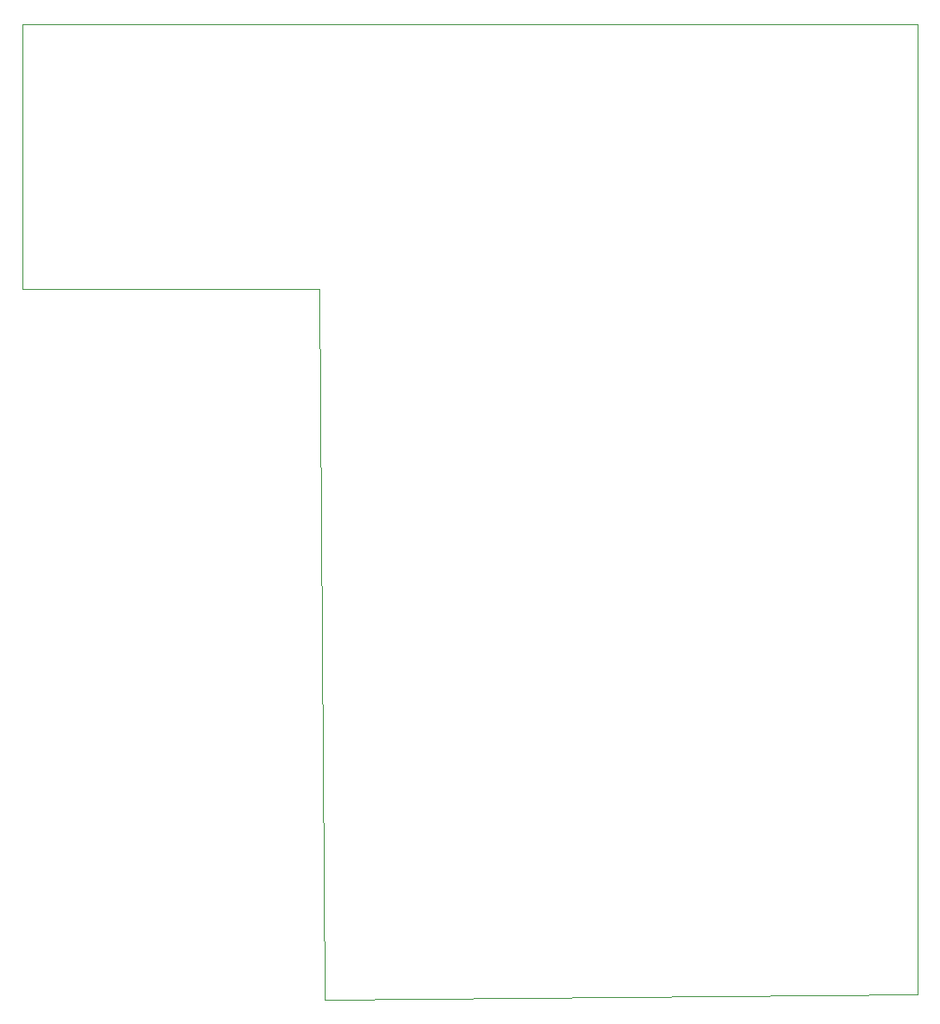
<source format=gm1>
%TF.GenerationSoftware,KiCad,Pcbnew,9.0.6*%
%TF.CreationDate,2026-01-28T16:00:35+00:00*%
%TF.ProjectId,RoomHealthBlackBox,526f6f6d-4865-4616-9c74-68426c61636b,rev?*%
%TF.SameCoordinates,Original*%
%TF.FileFunction,Profile,NP*%
%FSLAX46Y46*%
G04 Gerber Fmt 4.6, Leading zero omitted, Abs format (unit mm)*
G04 Created by KiCad (PCBNEW 9.0.6) date 2026-01-28 16:00:35*
%MOMM*%
%LPD*%
G01*
G04 APERTURE LIST*
%TA.AperFunction,Profile*%
%ADD10C,0.050000*%
%TD*%
G04 APERTURE END LIST*
D10*
X187000000Y-161000000D02*
X131000000Y-161500000D01*
X130500000Y-94500000D01*
X102500000Y-94500000D01*
X102500000Y-69500000D01*
X187000000Y-69500000D01*
X187000000Y-161000000D01*
M02*

</source>
